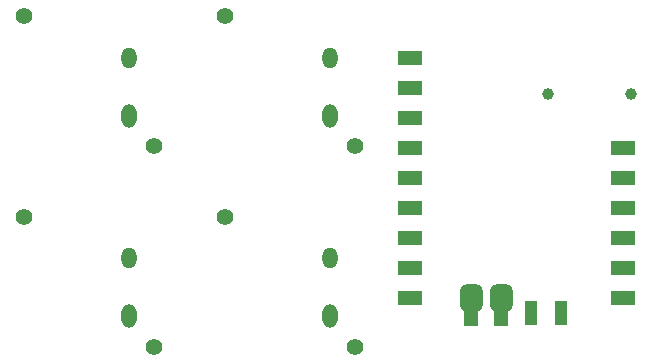
<source format=gbr>
%TF.GenerationSoftware,KiCad,Pcbnew,(5.1.6)-1*%
%TF.CreationDate,2022-07-31T05:20:52+09:00*%
%TF.ProjectId,az-core-top,617a2d63-6f72-4652-9d74-6f702e6b6963,rev?*%
%TF.SameCoordinates,Original*%
%TF.FileFunction,Soldermask,Top*%
%TF.FilePolarity,Negative*%
%FSLAX46Y46*%
G04 Gerber Fmt 4.6, Leading zero omitted, Abs format (unit mm)*
G04 Created by KiCad (PCBNEW (5.1.6)-1) date 2022-07-31 05:20:52*
%MOMM*%
%LPD*%
G01*
G04 APERTURE LIST*
%ADD10O,1.300000X1.800000*%
%ADD11C,1.400000*%
%ADD12O,1.300000X2.000000*%
%ADD13R,2.100000X1.300000*%
%ADD14R,1.100000X2.100000*%
%ADD15R,1.300000X2.100000*%
%ADD16C,1.000000*%
G04 APERTURE END LIST*
D10*
%TO.C,REF\u002A\u002A*%
X134400008Y-86000164D03*
D11*
X125500008Y-82500164D03*
X136500008Y-93500164D03*
D12*
X134400008Y-90900164D03*
%TD*%
%TO.C,REF\u002A\u002A*%
X151400008Y-90900164D03*
D11*
X153500008Y-93500164D03*
X142500008Y-82500164D03*
D10*
X151400008Y-86000164D03*
%TD*%
%TO.C,REF\u002A\u002A*%
X151400008Y-103000164D03*
D11*
X142500008Y-99500164D03*
X153500008Y-110500164D03*
D12*
X151400008Y-107900164D03*
%TD*%
%TO.C,REF\u002A\u002A*%
X134400008Y-107900164D03*
D11*
X136500008Y-110500164D03*
X125500008Y-99500164D03*
D10*
X134400008Y-103000164D03*
%TD*%
D13*
%TO.C,M5Stamp*%
X176200180Y-93660260D03*
X176200180Y-96200260D03*
X176200180Y-98740260D03*
X176200180Y-101280260D03*
X176200180Y-103820260D03*
X176200180Y-106360260D03*
D14*
X171010180Y-107640260D03*
X168470180Y-107640260D03*
D15*
X165930180Y-107740260D03*
X163390180Y-107740260D03*
D13*
X158200180Y-106360260D03*
X158200180Y-103820260D03*
X158200180Y-101280260D03*
X158200180Y-98740260D03*
X158200180Y-96200260D03*
X158200180Y-93660260D03*
X158200180Y-86040260D03*
X158200180Y-88580260D03*
X158200180Y-91120260D03*
%TD*%
%TO.C,J3*%
G36*
G01*
X166415000Y-107500000D02*
X165465000Y-107500000D01*
G75*
G02*
X164990000Y-107025000I0J475000D01*
G01*
X164990000Y-105675000D01*
G75*
G02*
X165465000Y-105200000I475000J0D01*
G01*
X166415000Y-105200000D01*
G75*
G02*
X166890000Y-105675000I0J-475000D01*
G01*
X166890000Y-107025000D01*
G75*
G02*
X166415000Y-107500000I-475000J0D01*
G01*
G37*
G36*
G01*
X163875000Y-107500000D02*
X162925000Y-107500000D01*
G75*
G02*
X162450000Y-107025000I0J475000D01*
G01*
X162450000Y-105675000D01*
G75*
G02*
X162925000Y-105200000I475000J0D01*
G01*
X163875000Y-105200000D01*
G75*
G02*
X164350000Y-105675000I0J-475000D01*
G01*
X164350000Y-107025000D01*
G75*
G02*
X163875000Y-107500000I-475000J0D01*
G01*
G37*
%TD*%
D16*
%TO.C,PJ320D*%
X176875000Y-89100000D03*
X169875000Y-89100000D03*
%TD*%
M02*

</source>
